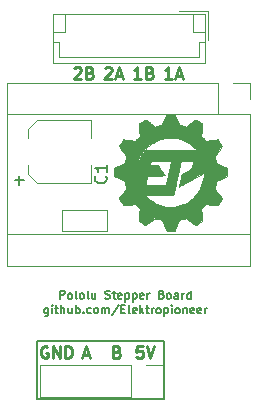
<source format=gto>
G04 #@! TF.FileFunction,Legend,Top*
%FSLAX46Y46*%
G04 Gerber Fmt 4.6, Leading zero omitted, Abs format (unit mm)*
G04 Created by KiCad (PCBNEW 4.0.6+dfsg1-1) date Mon Feb 26 15:58:45 2018*
%MOMM*%
%LPD*%
G01*
G04 APERTURE LIST*
%ADD10C,0.100000*%
%ADD11C,0.175000*%
%ADD12C,0.250000*%
%ADD13C,0.200000*%
%ADD14C,0.120000*%
%ADD15C,0.010000*%
%ADD16C,0.150000*%
G04 APERTURE END LIST*
D10*
D11*
X4443789Y8563533D02*
X4443789Y9263533D01*
X4710455Y9263533D01*
X4777122Y9230200D01*
X4810455Y9196867D01*
X4843789Y9130200D01*
X4843789Y9030200D01*
X4810455Y8963533D01*
X4777122Y8930200D01*
X4710455Y8896867D01*
X4443789Y8896867D01*
X5243789Y8563533D02*
X5177122Y8596867D01*
X5143789Y8630200D01*
X5110455Y8696867D01*
X5110455Y8896867D01*
X5143789Y8963533D01*
X5177122Y8996867D01*
X5243789Y9030200D01*
X5343789Y9030200D01*
X5410455Y8996867D01*
X5443789Y8963533D01*
X5477122Y8896867D01*
X5477122Y8696867D01*
X5443789Y8630200D01*
X5410455Y8596867D01*
X5343789Y8563533D01*
X5243789Y8563533D01*
X5877122Y8563533D02*
X5810455Y8596867D01*
X5777122Y8663533D01*
X5777122Y9263533D01*
X6243789Y8563533D02*
X6177122Y8596867D01*
X6143789Y8630200D01*
X6110455Y8696867D01*
X6110455Y8896867D01*
X6143789Y8963533D01*
X6177122Y8996867D01*
X6243789Y9030200D01*
X6343789Y9030200D01*
X6410455Y8996867D01*
X6443789Y8963533D01*
X6477122Y8896867D01*
X6477122Y8696867D01*
X6443789Y8630200D01*
X6410455Y8596867D01*
X6343789Y8563533D01*
X6243789Y8563533D01*
X6877122Y8563533D02*
X6810455Y8596867D01*
X6777122Y8663533D01*
X6777122Y9263533D01*
X7443789Y9030200D02*
X7443789Y8563533D01*
X7143789Y9030200D02*
X7143789Y8663533D01*
X7177122Y8596867D01*
X7243789Y8563533D01*
X7343789Y8563533D01*
X7410455Y8596867D01*
X7443789Y8630200D01*
X8277121Y8596867D02*
X8377121Y8563533D01*
X8543788Y8563533D01*
X8610455Y8596867D01*
X8643788Y8630200D01*
X8677121Y8696867D01*
X8677121Y8763533D01*
X8643788Y8830200D01*
X8610455Y8863533D01*
X8543788Y8896867D01*
X8410455Y8930200D01*
X8343788Y8963533D01*
X8310455Y8996867D01*
X8277121Y9063533D01*
X8277121Y9130200D01*
X8310455Y9196867D01*
X8343788Y9230200D01*
X8410455Y9263533D01*
X8577121Y9263533D01*
X8677121Y9230200D01*
X8877122Y9030200D02*
X9143788Y9030200D01*
X8977122Y9263533D02*
X8977122Y8663533D01*
X9010455Y8596867D01*
X9077122Y8563533D01*
X9143788Y8563533D01*
X9643788Y8596867D02*
X9577122Y8563533D01*
X9443788Y8563533D01*
X9377122Y8596867D01*
X9343788Y8663533D01*
X9343788Y8930200D01*
X9377122Y8996867D01*
X9443788Y9030200D01*
X9577122Y9030200D01*
X9643788Y8996867D01*
X9677122Y8930200D01*
X9677122Y8863533D01*
X9343788Y8796867D01*
X9977122Y9030200D02*
X9977122Y8330200D01*
X9977122Y8996867D02*
X10043788Y9030200D01*
X10177122Y9030200D01*
X10243788Y8996867D01*
X10277122Y8963533D01*
X10310455Y8896867D01*
X10310455Y8696867D01*
X10277122Y8630200D01*
X10243788Y8596867D01*
X10177122Y8563533D01*
X10043788Y8563533D01*
X9977122Y8596867D01*
X10610455Y9030200D02*
X10610455Y8330200D01*
X10610455Y8996867D02*
X10677121Y9030200D01*
X10810455Y9030200D01*
X10877121Y8996867D01*
X10910455Y8963533D01*
X10943788Y8896867D01*
X10943788Y8696867D01*
X10910455Y8630200D01*
X10877121Y8596867D01*
X10810455Y8563533D01*
X10677121Y8563533D01*
X10610455Y8596867D01*
X11510454Y8596867D02*
X11443788Y8563533D01*
X11310454Y8563533D01*
X11243788Y8596867D01*
X11210454Y8663533D01*
X11210454Y8930200D01*
X11243788Y8996867D01*
X11310454Y9030200D01*
X11443788Y9030200D01*
X11510454Y8996867D01*
X11543788Y8930200D01*
X11543788Y8863533D01*
X11210454Y8796867D01*
X11843788Y8563533D02*
X11843788Y9030200D01*
X11843788Y8896867D02*
X11877121Y8963533D01*
X11910454Y8996867D01*
X11977121Y9030200D01*
X12043788Y9030200D01*
X13043787Y8930200D02*
X13143787Y8896867D01*
X13177120Y8863533D01*
X13210454Y8796867D01*
X13210454Y8696867D01*
X13177120Y8630200D01*
X13143787Y8596867D01*
X13077120Y8563533D01*
X12810454Y8563533D01*
X12810454Y9263533D01*
X13043787Y9263533D01*
X13110454Y9230200D01*
X13143787Y9196867D01*
X13177120Y9130200D01*
X13177120Y9063533D01*
X13143787Y8996867D01*
X13110454Y8963533D01*
X13043787Y8930200D01*
X12810454Y8930200D01*
X13610454Y8563533D02*
X13543787Y8596867D01*
X13510454Y8630200D01*
X13477120Y8696867D01*
X13477120Y8896867D01*
X13510454Y8963533D01*
X13543787Y8996867D01*
X13610454Y9030200D01*
X13710454Y9030200D01*
X13777120Y8996867D01*
X13810454Y8963533D01*
X13843787Y8896867D01*
X13843787Y8696867D01*
X13810454Y8630200D01*
X13777120Y8596867D01*
X13710454Y8563533D01*
X13610454Y8563533D01*
X14443787Y8563533D02*
X14443787Y8930200D01*
X14410453Y8996867D01*
X14343787Y9030200D01*
X14210453Y9030200D01*
X14143787Y8996867D01*
X14443787Y8596867D02*
X14377120Y8563533D01*
X14210453Y8563533D01*
X14143787Y8596867D01*
X14110453Y8663533D01*
X14110453Y8730200D01*
X14143787Y8796867D01*
X14210453Y8830200D01*
X14377120Y8830200D01*
X14443787Y8863533D01*
X14777120Y8563533D02*
X14777120Y9030200D01*
X14777120Y8896867D02*
X14810453Y8963533D01*
X14843786Y8996867D01*
X14910453Y9030200D01*
X14977120Y9030200D01*
X15510453Y8563533D02*
X15510453Y9263533D01*
X15510453Y8596867D02*
X15443786Y8563533D01*
X15310453Y8563533D01*
X15243786Y8596867D01*
X15210453Y8630200D01*
X15177119Y8696867D01*
X15177119Y8896867D01*
X15210453Y8963533D01*
X15243786Y8996867D01*
X15310453Y9030200D01*
X15443786Y9030200D01*
X15510453Y8996867D01*
X3443790Y7805200D02*
X3443790Y7238533D01*
X3410456Y7171867D01*
X3377123Y7138533D01*
X3310456Y7105200D01*
X3210456Y7105200D01*
X3143790Y7138533D01*
X3443790Y7371867D02*
X3377123Y7338533D01*
X3243790Y7338533D01*
X3177123Y7371867D01*
X3143790Y7405200D01*
X3110456Y7471867D01*
X3110456Y7671867D01*
X3143790Y7738533D01*
X3177123Y7771867D01*
X3243790Y7805200D01*
X3377123Y7805200D01*
X3443790Y7771867D01*
X3777123Y7338533D02*
X3777123Y7805200D01*
X3777123Y8038533D02*
X3743789Y8005200D01*
X3777123Y7971867D01*
X3810456Y8005200D01*
X3777123Y8038533D01*
X3777123Y7971867D01*
X4010456Y7805200D02*
X4277122Y7805200D01*
X4110456Y8038533D02*
X4110456Y7438533D01*
X4143789Y7371867D01*
X4210456Y7338533D01*
X4277122Y7338533D01*
X4510456Y7338533D02*
X4510456Y8038533D01*
X4810456Y7338533D02*
X4810456Y7705200D01*
X4777122Y7771867D01*
X4710456Y7805200D01*
X4610456Y7805200D01*
X4543789Y7771867D01*
X4510456Y7738533D01*
X5443789Y7805200D02*
X5443789Y7338533D01*
X5143789Y7805200D02*
X5143789Y7438533D01*
X5177122Y7371867D01*
X5243789Y7338533D01*
X5343789Y7338533D01*
X5410455Y7371867D01*
X5443789Y7405200D01*
X5777122Y7338533D02*
X5777122Y8038533D01*
X5777122Y7771867D02*
X5843788Y7805200D01*
X5977122Y7805200D01*
X6043788Y7771867D01*
X6077122Y7738533D01*
X6110455Y7671867D01*
X6110455Y7471867D01*
X6077122Y7405200D01*
X6043788Y7371867D01*
X5977122Y7338533D01*
X5843788Y7338533D01*
X5777122Y7371867D01*
X6410455Y7405200D02*
X6443788Y7371867D01*
X6410455Y7338533D01*
X6377121Y7371867D01*
X6410455Y7405200D01*
X6410455Y7338533D01*
X7043788Y7371867D02*
X6977121Y7338533D01*
X6843788Y7338533D01*
X6777121Y7371867D01*
X6743788Y7405200D01*
X6710454Y7471867D01*
X6710454Y7671867D01*
X6743788Y7738533D01*
X6777121Y7771867D01*
X6843788Y7805200D01*
X6977121Y7805200D01*
X7043788Y7771867D01*
X7443788Y7338533D02*
X7377121Y7371867D01*
X7343788Y7405200D01*
X7310454Y7471867D01*
X7310454Y7671867D01*
X7343788Y7738533D01*
X7377121Y7771867D01*
X7443788Y7805200D01*
X7543788Y7805200D01*
X7610454Y7771867D01*
X7643788Y7738533D01*
X7677121Y7671867D01*
X7677121Y7471867D01*
X7643788Y7405200D01*
X7610454Y7371867D01*
X7543788Y7338533D01*
X7443788Y7338533D01*
X7977121Y7338533D02*
X7977121Y7805200D01*
X7977121Y7738533D02*
X8010454Y7771867D01*
X8077121Y7805200D01*
X8177121Y7805200D01*
X8243787Y7771867D01*
X8277121Y7705200D01*
X8277121Y7338533D01*
X8277121Y7705200D02*
X8310454Y7771867D01*
X8377121Y7805200D01*
X8477121Y7805200D01*
X8543787Y7771867D01*
X8577121Y7705200D01*
X8577121Y7338533D01*
X9410454Y8071867D02*
X8810454Y7171867D01*
X9643787Y7705200D02*
X9877120Y7705200D01*
X9977120Y7338533D02*
X9643787Y7338533D01*
X9643787Y8038533D01*
X9977120Y8038533D01*
X10377120Y7338533D02*
X10310453Y7371867D01*
X10277120Y7438533D01*
X10277120Y8038533D01*
X10910453Y7371867D02*
X10843787Y7338533D01*
X10710453Y7338533D01*
X10643787Y7371867D01*
X10610453Y7438533D01*
X10610453Y7705200D01*
X10643787Y7771867D01*
X10710453Y7805200D01*
X10843787Y7805200D01*
X10910453Y7771867D01*
X10943787Y7705200D01*
X10943787Y7638533D01*
X10610453Y7571867D01*
X11243787Y7338533D02*
X11243787Y8038533D01*
X11310453Y7605200D02*
X11510453Y7338533D01*
X11510453Y7805200D02*
X11243787Y7538533D01*
X11710454Y7805200D02*
X11977120Y7805200D01*
X11810454Y8038533D02*
X11810454Y7438533D01*
X11843787Y7371867D01*
X11910454Y7338533D01*
X11977120Y7338533D01*
X12210454Y7338533D02*
X12210454Y7805200D01*
X12210454Y7671867D02*
X12243787Y7738533D01*
X12277120Y7771867D01*
X12343787Y7805200D01*
X12410454Y7805200D01*
X12743787Y7338533D02*
X12677120Y7371867D01*
X12643787Y7405200D01*
X12610453Y7471867D01*
X12610453Y7671867D01*
X12643787Y7738533D01*
X12677120Y7771867D01*
X12743787Y7805200D01*
X12843787Y7805200D01*
X12910453Y7771867D01*
X12943787Y7738533D01*
X12977120Y7671867D01*
X12977120Y7471867D01*
X12943787Y7405200D01*
X12910453Y7371867D01*
X12843787Y7338533D01*
X12743787Y7338533D01*
X13277120Y7805200D02*
X13277120Y7105200D01*
X13277120Y7771867D02*
X13343786Y7805200D01*
X13477120Y7805200D01*
X13543786Y7771867D01*
X13577120Y7738533D01*
X13610453Y7671867D01*
X13610453Y7471867D01*
X13577120Y7405200D01*
X13543786Y7371867D01*
X13477120Y7338533D01*
X13343786Y7338533D01*
X13277120Y7371867D01*
X13910453Y7338533D02*
X13910453Y7805200D01*
X13910453Y8038533D02*
X13877119Y8005200D01*
X13910453Y7971867D01*
X13943786Y8005200D01*
X13910453Y8038533D01*
X13910453Y7971867D01*
X14343786Y7338533D02*
X14277119Y7371867D01*
X14243786Y7405200D01*
X14210452Y7471867D01*
X14210452Y7671867D01*
X14243786Y7738533D01*
X14277119Y7771867D01*
X14343786Y7805200D01*
X14443786Y7805200D01*
X14510452Y7771867D01*
X14543786Y7738533D01*
X14577119Y7671867D01*
X14577119Y7471867D01*
X14543786Y7405200D01*
X14510452Y7371867D01*
X14443786Y7338533D01*
X14343786Y7338533D01*
X14877119Y7805200D02*
X14877119Y7338533D01*
X14877119Y7738533D02*
X14910452Y7771867D01*
X14977119Y7805200D01*
X15077119Y7805200D01*
X15143785Y7771867D01*
X15177119Y7705200D01*
X15177119Y7338533D01*
X15777118Y7371867D02*
X15710452Y7338533D01*
X15577118Y7338533D01*
X15510452Y7371867D01*
X15477118Y7438533D01*
X15477118Y7705200D01*
X15510452Y7771867D01*
X15577118Y7805200D01*
X15710452Y7805200D01*
X15777118Y7771867D01*
X15810452Y7705200D01*
X15810452Y7638533D01*
X15477118Y7571867D01*
X16377118Y7371867D02*
X16310452Y7338533D01*
X16177118Y7338533D01*
X16110452Y7371867D01*
X16077118Y7438533D01*
X16077118Y7705200D01*
X16110452Y7771867D01*
X16177118Y7805200D01*
X16310452Y7805200D01*
X16377118Y7771867D01*
X16410452Y7705200D01*
X16410452Y7638533D01*
X16077118Y7571867D01*
X16710452Y7338533D02*
X16710452Y7805200D01*
X16710452Y7671867D02*
X16743785Y7738533D01*
X16777118Y7771867D01*
X16843785Y7805200D01*
X16910452Y7805200D01*
D12*
X13898263Y27182819D02*
X13326834Y27182819D01*
X13612548Y27182819D02*
X13612548Y28182819D01*
X13517310Y28039962D01*
X13422072Y27944724D01*
X13326834Y27897105D01*
X14279215Y27468533D02*
X14755406Y27468533D01*
X14183977Y27182819D02*
X14517310Y28182819D01*
X14850644Y27182819D01*
X11286835Y27182819D02*
X10715406Y27182819D01*
X11001120Y27182819D02*
X11001120Y28182819D01*
X10905882Y28039962D01*
X10810644Y27944724D01*
X10715406Y27897105D01*
X12048740Y27706629D02*
X12191597Y27659010D01*
X12239216Y27611390D01*
X12286835Y27516152D01*
X12286835Y27373295D01*
X12239216Y27278057D01*
X12191597Y27230438D01*
X12096359Y27182819D01*
X11715406Y27182819D01*
X11715406Y28182819D01*
X12048740Y28182819D01*
X12143978Y28135200D01*
X12191597Y28087581D01*
X12239216Y27992343D01*
X12239216Y27897105D01*
X12191597Y27801867D01*
X12143978Y27754248D01*
X12048740Y27706629D01*
X11715406Y27706629D01*
X8246834Y28087581D02*
X8294453Y28135200D01*
X8389691Y28182819D01*
X8627787Y28182819D01*
X8723025Y28135200D01*
X8770644Y28087581D01*
X8818263Y27992343D01*
X8818263Y27897105D01*
X8770644Y27754248D01*
X8199215Y27182819D01*
X8818263Y27182819D01*
X9199215Y27468533D02*
X9675406Y27468533D01*
X9103977Y27182819D02*
X9437310Y28182819D01*
X9770644Y27182819D01*
X5635406Y28087581D02*
X5683025Y28135200D01*
X5778263Y28182819D01*
X6016359Y28182819D01*
X6111597Y28135200D01*
X6159216Y28087581D01*
X6206835Y27992343D01*
X6206835Y27897105D01*
X6159216Y27754248D01*
X5587787Y27182819D01*
X6206835Y27182819D01*
X6968740Y27706629D02*
X7111597Y27659010D01*
X7159216Y27611390D01*
X7206835Y27516152D01*
X7206835Y27373295D01*
X7159216Y27278057D01*
X7111597Y27230438D01*
X7016359Y27182819D01*
X6635406Y27182819D01*
X6635406Y28182819D01*
X6968740Y28182819D01*
X7063978Y28135200D01*
X7111597Y28087581D01*
X7159216Y27992343D01*
X7159216Y27897105D01*
X7111597Y27801867D01*
X7063978Y27754248D01*
X6968740Y27706629D01*
X6635406Y27706629D01*
X11437644Y4560819D02*
X10961453Y4560819D01*
X10913834Y4084629D01*
X10961453Y4132248D01*
X11056691Y4179867D01*
X11294787Y4179867D01*
X11390025Y4132248D01*
X11437644Y4084629D01*
X11485263Y3989390D01*
X11485263Y3751295D01*
X11437644Y3656057D01*
X11390025Y3608438D01*
X11294787Y3560819D01*
X11056691Y3560819D01*
X10961453Y3608438D01*
X10913834Y3656057D01*
X11770977Y4560819D02*
X12104310Y3560819D01*
X12437644Y4560819D01*
X9286549Y4084629D02*
X9429406Y4037010D01*
X9477025Y3989390D01*
X9524644Y3894152D01*
X9524644Y3751295D01*
X9477025Y3656057D01*
X9429406Y3608438D01*
X9334168Y3560819D01*
X8953215Y3560819D01*
X8953215Y4560819D01*
X9286549Y4560819D01*
X9381787Y4513200D01*
X9429406Y4465581D01*
X9477025Y4370343D01*
X9477025Y4275105D01*
X9429406Y4179867D01*
X9381787Y4132248D01*
X9286549Y4084629D01*
X8953215Y4084629D01*
X6437025Y3846533D02*
X6913216Y3846533D01*
X6341787Y3560819D02*
X6675120Y4560819D01*
X7008454Y3560819D01*
X3373216Y4513200D02*
X3277978Y4560819D01*
X3135121Y4560819D01*
X2992263Y4513200D01*
X2897025Y4417962D01*
X2849406Y4322724D01*
X2801787Y4132248D01*
X2801787Y3989390D01*
X2849406Y3798914D01*
X2897025Y3703676D01*
X2992263Y3608438D01*
X3135121Y3560819D01*
X3230359Y3560819D01*
X3373216Y3608438D01*
X3420835Y3656057D01*
X3420835Y3989390D01*
X3230359Y3989390D01*
X3849406Y3560819D02*
X3849406Y4560819D01*
X4420835Y3560819D01*
X4420835Y4560819D01*
X4897025Y3560819D02*
X4897025Y4560819D01*
X5135120Y4560819D01*
X5277978Y4513200D01*
X5373216Y4417962D01*
X5420835Y4322724D01*
X5468454Y4132248D01*
X5468454Y3989390D01*
X5420835Y3798914D01*
X5373216Y3703676D01*
X5277978Y3608438D01*
X5135120Y3560819D01*
X4897025Y3560819D01*
D13*
X2484120Y76200D02*
X2484120Y203200D01*
X13279120Y76200D02*
X2484120Y76200D01*
X13279120Y5029200D02*
X13279120Y76200D01*
X2484120Y5029200D02*
X13279120Y5029200D01*
X2484120Y203200D02*
X2484120Y5029200D01*
D14*
X20521120Y14046200D02*
X-58880Y14046200D01*
X17851120Y24206200D02*
X-58880Y24206200D01*
X20521120Y25476200D02*
X20521120Y26876200D01*
X20521120Y26876200D02*
X19121120Y26876200D01*
X20521120Y24206200D02*
X17851120Y24206200D01*
X17851120Y24206200D02*
X17851120Y26876200D01*
X17851120Y26876200D02*
X-58880Y26876200D01*
X-58880Y26876200D02*
X-58880Y11376200D01*
X-58880Y11376200D02*
X20521120Y11376200D01*
X20521120Y11376200D02*
X20521120Y24206200D01*
X7059120Y18361200D02*
X7059120Y19911200D01*
X7059120Y23701200D02*
X7059120Y22151200D01*
X1719120Y22941200D02*
X1719120Y22151200D01*
X1719120Y19121200D02*
X1719120Y19911200D01*
X7059120Y23701200D02*
X2479120Y23701200D01*
X2479120Y23701200D02*
X1719120Y22941200D01*
X1719120Y19121200D02*
X2479120Y18361200D01*
X2479120Y18361200D02*
X7059120Y18361200D01*
X16691120Y28552200D02*
X16691120Y32652200D01*
X16691120Y32652200D02*
X3891120Y32652200D01*
X3891120Y32652200D02*
X3891120Y28552200D01*
X3891120Y28552200D02*
X16691120Y28552200D01*
X16691120Y30302200D02*
X16191120Y30302200D01*
X16191120Y30302200D02*
X16191120Y29052200D01*
X16191120Y29052200D02*
X4391120Y29052200D01*
X4391120Y29052200D02*
X4391120Y30302200D01*
X4391120Y30302200D02*
X3891120Y30302200D01*
X16691120Y31152200D02*
X15691120Y31152200D01*
X15691120Y31152200D02*
X15691120Y32652200D01*
X3891120Y31152200D02*
X4891120Y31152200D01*
X4891120Y31152200D02*
X4891120Y32652200D01*
X16991120Y30452200D02*
X16991120Y32952200D01*
X16991120Y32952200D02*
X14491120Y32952200D01*
X10485120Y2990200D02*
X2745120Y2990200D01*
X2745120Y2990200D02*
X2745120Y210200D01*
X2745120Y210200D02*
X10485120Y210200D01*
X10485120Y210200D02*
X10485120Y2990200D01*
X11755120Y2990200D02*
X13145120Y2990200D01*
X13145120Y2990200D02*
X13145120Y1600200D01*
X8458120Y16079200D02*
X4638120Y16079200D01*
X4638120Y16079200D02*
X4638120Y14299200D01*
X4638120Y14299200D02*
X8458120Y14299200D01*
X8458120Y16079200D02*
X8458120Y14299200D01*
D15*
G36*
X13895472Y24249392D02*
X13973142Y24248982D01*
X14040558Y24248320D01*
X14092911Y24247407D01*
X14125391Y24246243D01*
X14133799Y24245225D01*
X14140195Y24231698D01*
X14156438Y24195168D01*
X14181248Y24138572D01*
X14213347Y24064844D01*
X14251458Y23976921D01*
X14294302Y23877736D01*
X14338342Y23775477D01*
X14384510Y23668271D01*
X14427159Y23569506D01*
X14465012Y23482121D01*
X14496791Y23409057D01*
X14521216Y23353251D01*
X14537010Y23317644D01*
X14542857Y23305203D01*
X14557571Y23300084D01*
X14593738Y23290230D01*
X14645313Y23277236D01*
X14685765Y23267499D01*
X14765641Y23247280D01*
X14856034Y23222370D01*
X14940779Y23197272D01*
X14962791Y23190345D01*
X15101295Y23145952D01*
X15508700Y23451274D01*
X15615933Y23531494D01*
X15703004Y23596177D01*
X15772234Y23646844D01*
X15825941Y23685019D01*
X15866446Y23712226D01*
X15896068Y23729989D01*
X15917127Y23739831D01*
X15931942Y23743275D01*
X15942832Y23741845D01*
X15947771Y23739650D01*
X15969100Y23727528D01*
X16010543Y23703375D01*
X16067976Y23669615D01*
X16137277Y23628674D01*
X16214323Y23582979D01*
X16236651Y23569705D01*
X16493866Y23416706D01*
X16487537Y23363425D01*
X16484590Y23336706D01*
X16479174Y23285691D01*
X16471683Y23214162D01*
X16462508Y23125900D01*
X16452046Y23024685D01*
X16440688Y22914298D01*
X16433552Y22844702D01*
X16385895Y22379260D01*
X16552655Y22209702D01*
X16611502Y22149642D01*
X16666377Y22093219D01*
X16712914Y22044954D01*
X16746746Y22009370D01*
X16759629Y21995433D01*
X16799842Y21950721D01*
X17298724Y22006903D01*
X17414023Y22019757D01*
X17520100Y22031334D01*
X17613780Y22041304D01*
X17691886Y22049341D01*
X17751245Y22055118D01*
X17788680Y22058308D01*
X17801033Y22058670D01*
X17808580Y22045632D01*
X17827929Y22011393D01*
X17857145Y21959405D01*
X17894288Y21893117D01*
X17937424Y21815981D01*
X17968169Y21760922D01*
X18131877Y21467589D01*
X17881317Y21111811D01*
X17816639Y21019905D01*
X17755119Y20932359D01*
X17699223Y20852691D01*
X17651415Y20784417D01*
X17614159Y20731055D01*
X17589920Y20696121D01*
X17585339Y20689443D01*
X17539922Y20622853D01*
X17578059Y20491887D01*
X17598008Y20419928D01*
X17620416Y20333696D01*
X17641872Y20246522D01*
X17652519Y20200859D01*
X17688842Y20040796D01*
X18613120Y19616066D01*
X18613120Y18932780D01*
X18150981Y18720102D01*
X17688842Y18507425D01*
X17652519Y18347618D01*
X17633153Y18266021D01*
X17610858Y18177622D01*
X17589054Y18095781D01*
X17578059Y18056846D01*
X17539922Y17925880D01*
X17585339Y17859290D01*
X17604922Y17830954D01*
X17638305Y17783071D01*
X17683025Y17719158D01*
X17736616Y17642732D01*
X17796614Y17557310D01*
X17860555Y17466409D01*
X17881317Y17436922D01*
X18131877Y17081144D01*
X17968169Y16787811D01*
X17922147Y16705417D01*
X17880842Y16631600D01*
X17846192Y16569810D01*
X17820133Y16523499D01*
X17804601Y16496115D01*
X17801059Y16490088D01*
X17786757Y16490592D01*
X17747592Y16493976D01*
X17686737Y16499915D01*
X17607369Y16508082D01*
X17512661Y16518151D01*
X17405789Y16529796D01*
X17298749Y16541700D01*
X16799842Y16597700D01*
X16759629Y16553145D01*
X16736119Y16527999D01*
X16697136Y16487299D01*
X16647045Y16435563D01*
X16590214Y16377309D01*
X16552655Y16339031D01*
X16385895Y16169474D01*
X16433552Y15704031D01*
X16445260Y15589934D01*
X16456311Y15482722D01*
X16466312Y15386177D01*
X16474868Y15304078D01*
X16481586Y15240209D01*
X16486073Y15198348D01*
X16487537Y15185308D01*
X16493866Y15132027D01*
X16236651Y14979029D01*
X16158180Y14932439D01*
X16086302Y14889927D01*
X16025141Y14853919D01*
X15978820Y14826840D01*
X15951463Y14811116D01*
X15947771Y14809084D01*
X15938014Y14805700D01*
X15925554Y14806389D01*
X15908070Y14812674D01*
X15883243Y14826079D01*
X15848754Y14848127D01*
X15802283Y14880341D01*
X15741511Y14924245D01*
X15664117Y14981362D01*
X15567783Y15053216D01*
X15508700Y15097459D01*
X15101295Y15402781D01*
X14962791Y15358389D01*
X14882921Y15334117D01*
X14792529Y15308676D01*
X14707779Y15286568D01*
X14685765Y15281234D01*
X14627218Y15267023D01*
X14580000Y15254876D01*
X14550159Y15246387D01*
X14542888Y15243530D01*
X14536507Y15229878D01*
X14520283Y15193227D01*
X14495494Y15136519D01*
X14463419Y15062696D01*
X14425335Y14974697D01*
X14382520Y14875463D01*
X14338664Y14773547D01*
X14292534Y14666381D01*
X14249906Y14567670D01*
X14212059Y14480354D01*
X14180275Y14407372D01*
X14155831Y14351662D01*
X14140008Y14316163D01*
X14134129Y14303838D01*
X14118773Y14301892D01*
X14080056Y14300181D01*
X14022840Y14298731D01*
X13951985Y14297564D01*
X13872352Y14296707D01*
X13788801Y14296183D01*
X13706194Y14296017D01*
X13629391Y14296235D01*
X13563253Y14296860D01*
X13512641Y14297917D01*
X13482416Y14299431D01*
X13476179Y14300505D01*
X13468043Y14314742D01*
X13450178Y14351980D01*
X13423914Y14409255D01*
X13390582Y14483600D01*
X13351511Y14572053D01*
X13308030Y14671647D01*
X13264133Y14773227D01*
X13217964Y14880436D01*
X13175313Y14979205D01*
X13137458Y15066593D01*
X13105678Y15139662D01*
X13081251Y15195472D01*
X13065454Y15231083D01*
X13059605Y15243530D01*
X13044892Y15248649D01*
X13008724Y15258503D01*
X12957150Y15271497D01*
X12916697Y15281234D01*
X12836821Y15301453D01*
X12746428Y15326363D01*
X12661683Y15351461D01*
X12639672Y15358389D01*
X12501168Y15402781D01*
X12093762Y15097459D01*
X11986530Y15017239D01*
X11899458Y14952557D01*
X11830229Y14901890D01*
X11776521Y14863714D01*
X11736016Y14836507D01*
X11706394Y14818744D01*
X11685336Y14808902D01*
X11670521Y14805458D01*
X11659631Y14806889D01*
X11654691Y14809084D01*
X11633363Y14821205D01*
X11591920Y14845358D01*
X11534486Y14879118D01*
X11465185Y14920059D01*
X11388140Y14965754D01*
X11365812Y14979029D01*
X11108597Y15132027D01*
X11114925Y15185308D01*
X11117872Y15212027D01*
X11123288Y15263042D01*
X11130780Y15334571D01*
X11139954Y15422834D01*
X11150417Y15524048D01*
X11161775Y15634435D01*
X11168911Y15704031D01*
X11216568Y16169474D01*
X11049807Y16339031D01*
X10990961Y16399092D01*
X10936085Y16455515D01*
X10889548Y16503779D01*
X10855717Y16539363D01*
X10842833Y16553301D01*
X10802620Y16598012D01*
X10303739Y16541830D01*
X10188439Y16528976D01*
X10082362Y16517400D01*
X9988683Y16507429D01*
X9910576Y16499392D01*
X9851218Y16493615D01*
X9813783Y16490425D01*
X9801429Y16490063D01*
X9793883Y16503101D01*
X9774533Y16537340D01*
X9745318Y16589328D01*
X9708174Y16655616D01*
X9665039Y16732752D01*
X9634294Y16787811D01*
X9470586Y17081144D01*
X9721146Y17436922D01*
X9785824Y17528828D01*
X9847343Y17616374D01*
X9903239Y17696042D01*
X9951047Y17764316D01*
X9988303Y17817678D01*
X10012542Y17852612D01*
X10017124Y17859290D01*
X10062541Y17925880D01*
X10024404Y18056846D01*
X10004455Y18128805D01*
X9982047Y18215037D01*
X9960591Y18302212D01*
X9949943Y18347874D01*
X9913620Y18507937D01*
X8989342Y18932667D01*
X8989342Y19274367D01*
X10979009Y19274367D01*
X10983573Y19072920D01*
X10998197Y18889487D01*
X11024275Y18715221D01*
X11063205Y18541277D01*
X11116380Y18358808D01*
X11130121Y18316667D01*
X11232878Y18050514D01*
X11359910Y17797137D01*
X11509923Y17558244D01*
X11681624Y17335545D01*
X11873722Y17130746D01*
X12084922Y16945557D01*
X12270176Y16810387D01*
X12368347Y16749496D01*
X12484397Y16685249D01*
X12609899Y16621759D01*
X12736426Y16563138D01*
X12855549Y16513499D01*
X12943318Y16481886D01*
X13076703Y16442698D01*
X13221085Y16407545D01*
X13364032Y16379195D01*
X13485201Y16361310D01*
X13566283Y16354613D01*
X13666582Y16350422D01*
X13777206Y16348739D01*
X13889263Y16349568D01*
X13993858Y16352912D01*
X14082100Y16358775D01*
X14104517Y16361079D01*
X14361163Y16402271D01*
X14607478Y16466577D01*
X14849342Y16555734D01*
X15007731Y16628220D01*
X15178371Y16717845D01*
X15331405Y16811333D01*
X15477296Y16915520D01*
X15603036Y17017203D01*
X15806115Y17207612D01*
X15989237Y17417087D01*
X16151448Y17643828D01*
X16291794Y17886033D01*
X16409320Y18141903D01*
X16503071Y18409637D01*
X16572092Y18687434D01*
X16608673Y18914163D01*
X16613789Y18970508D01*
X16618138Y19046911D01*
X16621384Y19135212D01*
X16623192Y19227248D01*
X16623454Y19274367D01*
X16618889Y19475813D01*
X16604266Y19659246D01*
X16578187Y19833512D01*
X16539258Y20007456D01*
X16486082Y20189925D01*
X16472341Y20232066D01*
X16369584Y20498219D01*
X16242553Y20751596D01*
X16092540Y20990489D01*
X15920838Y21213189D01*
X15728741Y21417987D01*
X15517541Y21603176D01*
X15332287Y21738346D01*
X15234612Y21798942D01*
X15119112Y21862925D01*
X14994173Y21926200D01*
X14868180Y21984674D01*
X14749521Y22034251D01*
X14660091Y22066533D01*
X14390811Y22139526D01*
X14117428Y22184945D01*
X13841852Y22202789D01*
X13565996Y22193060D01*
X13291769Y22155756D01*
X13021082Y22090879D01*
X12942371Y22066533D01*
X12836655Y22027827D01*
X12716425Y21976719D01*
X12590068Y21917304D01*
X12465970Y21853675D01*
X12352516Y21789927D01*
X12270176Y21738346D01*
X12044371Y21570392D01*
X11836616Y21381438D01*
X11648204Y21173190D01*
X11480426Y20947359D01*
X11334577Y20705651D01*
X11211950Y20449776D01*
X11130121Y20232066D01*
X11073626Y20046536D01*
X11031684Y19871476D01*
X11002900Y19698040D01*
X10985877Y19517381D01*
X10979221Y19320654D01*
X10979009Y19274367D01*
X8989342Y19274367D01*
X8989342Y19616066D01*
X9913620Y20040796D01*
X9949943Y20200859D01*
X9969290Y20282485D01*
X9991562Y20370888D01*
X10013351Y20452735D01*
X10024404Y20491887D01*
X10062541Y20622853D01*
X10017124Y20689443D01*
X9997541Y20717779D01*
X9964157Y20765662D01*
X9919438Y20829575D01*
X9865847Y20906001D01*
X9805848Y20991423D01*
X9741908Y21082324D01*
X9721146Y21111811D01*
X9470586Y21467589D01*
X9634294Y21760922D01*
X9680317Y21843318D01*
X9721625Y21917139D01*
X9756280Y21978933D01*
X9782345Y22025250D01*
X9797883Y22052640D01*
X9801429Y22058670D01*
X9815736Y22058168D01*
X9854905Y22054775D01*
X9915763Y22048819D01*
X9995133Y22040627D01*
X10089840Y22030526D01*
X10196710Y22018844D01*
X10303739Y22006903D01*
X10802620Y21950721D01*
X10842833Y21995433D01*
X10866345Y22020633D01*
X10905332Y22061381D01*
X10955427Y22113155D01*
X11012262Y22171434D01*
X11049807Y22209702D01*
X11216568Y22379260D01*
X11168911Y22844702D01*
X11157202Y22958799D01*
X11146151Y23066011D01*
X11136151Y23162557D01*
X11127595Y23244655D01*
X11120877Y23308525D01*
X11116390Y23350385D01*
X11114925Y23363425D01*
X11108597Y23416706D01*
X11365812Y23569705D01*
X11444283Y23616294D01*
X11516160Y23658806D01*
X11577321Y23694814D01*
X11623642Y23721893D01*
X11651000Y23737617D01*
X11654691Y23739650D01*
X11664448Y23743033D01*
X11676909Y23742344D01*
X11694393Y23736059D01*
X11719219Y23722654D01*
X11753708Y23700607D01*
X11800179Y23668392D01*
X11860952Y23624488D01*
X11938346Y23567371D01*
X12034680Y23495517D01*
X12093762Y23451274D01*
X12501168Y23145952D01*
X12639672Y23190345D01*
X12719541Y23214616D01*
X12809934Y23240057D01*
X12894683Y23262165D01*
X12916697Y23267499D01*
X12975249Y23281710D01*
X13022475Y23293858D01*
X13052327Y23302347D01*
X13059605Y23305203D01*
X13065996Y23318854D01*
X13082236Y23355502D01*
X13107045Y23412207D01*
X13139146Y23486030D01*
X13177260Y23574031D01*
X13220108Y23673270D01*
X13264120Y23775477D01*
X13310284Y23882658D01*
X13352932Y23981374D01*
X13390786Y24068690D01*
X13422568Y24141671D01*
X13447000Y24197380D01*
X13462804Y24232884D01*
X13468664Y24245225D01*
X13483448Y24246574D01*
X13521644Y24247673D01*
X13578442Y24248519D01*
X13649033Y24249115D01*
X13728608Y24249458D01*
X13812358Y24249551D01*
X13895472Y24249392D01*
X13895472Y24249392D01*
G37*
X13895472Y24249392D02*
X13973142Y24248982D01*
X14040558Y24248320D01*
X14092911Y24247407D01*
X14125391Y24246243D01*
X14133799Y24245225D01*
X14140195Y24231698D01*
X14156438Y24195168D01*
X14181248Y24138572D01*
X14213347Y24064844D01*
X14251458Y23976921D01*
X14294302Y23877736D01*
X14338342Y23775477D01*
X14384510Y23668271D01*
X14427159Y23569506D01*
X14465012Y23482121D01*
X14496791Y23409057D01*
X14521216Y23353251D01*
X14537010Y23317644D01*
X14542857Y23305203D01*
X14557571Y23300084D01*
X14593738Y23290230D01*
X14645313Y23277236D01*
X14685765Y23267499D01*
X14765641Y23247280D01*
X14856034Y23222370D01*
X14940779Y23197272D01*
X14962791Y23190345D01*
X15101295Y23145952D01*
X15508700Y23451274D01*
X15615933Y23531494D01*
X15703004Y23596177D01*
X15772234Y23646844D01*
X15825941Y23685019D01*
X15866446Y23712226D01*
X15896068Y23729989D01*
X15917127Y23739831D01*
X15931942Y23743275D01*
X15942832Y23741845D01*
X15947771Y23739650D01*
X15969100Y23727528D01*
X16010543Y23703375D01*
X16067976Y23669615D01*
X16137277Y23628674D01*
X16214323Y23582979D01*
X16236651Y23569705D01*
X16493866Y23416706D01*
X16487537Y23363425D01*
X16484590Y23336706D01*
X16479174Y23285691D01*
X16471683Y23214162D01*
X16462508Y23125900D01*
X16452046Y23024685D01*
X16440688Y22914298D01*
X16433552Y22844702D01*
X16385895Y22379260D01*
X16552655Y22209702D01*
X16611502Y22149642D01*
X16666377Y22093219D01*
X16712914Y22044954D01*
X16746746Y22009370D01*
X16759629Y21995433D01*
X16799842Y21950721D01*
X17298724Y22006903D01*
X17414023Y22019757D01*
X17520100Y22031334D01*
X17613780Y22041304D01*
X17691886Y22049341D01*
X17751245Y22055118D01*
X17788680Y22058308D01*
X17801033Y22058670D01*
X17808580Y22045632D01*
X17827929Y22011393D01*
X17857145Y21959405D01*
X17894288Y21893117D01*
X17937424Y21815981D01*
X17968169Y21760922D01*
X18131877Y21467589D01*
X17881317Y21111811D01*
X17816639Y21019905D01*
X17755119Y20932359D01*
X17699223Y20852691D01*
X17651415Y20784417D01*
X17614159Y20731055D01*
X17589920Y20696121D01*
X17585339Y20689443D01*
X17539922Y20622853D01*
X17578059Y20491887D01*
X17598008Y20419928D01*
X17620416Y20333696D01*
X17641872Y20246522D01*
X17652519Y20200859D01*
X17688842Y20040796D01*
X18613120Y19616066D01*
X18613120Y18932780D01*
X18150981Y18720102D01*
X17688842Y18507425D01*
X17652519Y18347618D01*
X17633153Y18266021D01*
X17610858Y18177622D01*
X17589054Y18095781D01*
X17578059Y18056846D01*
X17539922Y17925880D01*
X17585339Y17859290D01*
X17604922Y17830954D01*
X17638305Y17783071D01*
X17683025Y17719158D01*
X17736616Y17642732D01*
X17796614Y17557310D01*
X17860555Y17466409D01*
X17881317Y17436922D01*
X18131877Y17081144D01*
X17968169Y16787811D01*
X17922147Y16705417D01*
X17880842Y16631600D01*
X17846192Y16569810D01*
X17820133Y16523499D01*
X17804601Y16496115D01*
X17801059Y16490088D01*
X17786757Y16490592D01*
X17747592Y16493976D01*
X17686737Y16499915D01*
X17607369Y16508082D01*
X17512661Y16518151D01*
X17405789Y16529796D01*
X17298749Y16541700D01*
X16799842Y16597700D01*
X16759629Y16553145D01*
X16736119Y16527999D01*
X16697136Y16487299D01*
X16647045Y16435563D01*
X16590214Y16377309D01*
X16552655Y16339031D01*
X16385895Y16169474D01*
X16433552Y15704031D01*
X16445260Y15589934D01*
X16456311Y15482722D01*
X16466312Y15386177D01*
X16474868Y15304078D01*
X16481586Y15240209D01*
X16486073Y15198348D01*
X16487537Y15185308D01*
X16493866Y15132027D01*
X16236651Y14979029D01*
X16158180Y14932439D01*
X16086302Y14889927D01*
X16025141Y14853919D01*
X15978820Y14826840D01*
X15951463Y14811116D01*
X15947771Y14809084D01*
X15938014Y14805700D01*
X15925554Y14806389D01*
X15908070Y14812674D01*
X15883243Y14826079D01*
X15848754Y14848127D01*
X15802283Y14880341D01*
X15741511Y14924245D01*
X15664117Y14981362D01*
X15567783Y15053216D01*
X15508700Y15097459D01*
X15101295Y15402781D01*
X14962791Y15358389D01*
X14882921Y15334117D01*
X14792529Y15308676D01*
X14707779Y15286568D01*
X14685765Y15281234D01*
X14627218Y15267023D01*
X14580000Y15254876D01*
X14550159Y15246387D01*
X14542888Y15243530D01*
X14536507Y15229878D01*
X14520283Y15193227D01*
X14495494Y15136519D01*
X14463419Y15062696D01*
X14425335Y14974697D01*
X14382520Y14875463D01*
X14338664Y14773547D01*
X14292534Y14666381D01*
X14249906Y14567670D01*
X14212059Y14480354D01*
X14180275Y14407372D01*
X14155831Y14351662D01*
X14140008Y14316163D01*
X14134129Y14303838D01*
X14118773Y14301892D01*
X14080056Y14300181D01*
X14022840Y14298731D01*
X13951985Y14297564D01*
X13872352Y14296707D01*
X13788801Y14296183D01*
X13706194Y14296017D01*
X13629391Y14296235D01*
X13563253Y14296860D01*
X13512641Y14297917D01*
X13482416Y14299431D01*
X13476179Y14300505D01*
X13468043Y14314742D01*
X13450178Y14351980D01*
X13423914Y14409255D01*
X13390582Y14483600D01*
X13351511Y14572053D01*
X13308030Y14671647D01*
X13264133Y14773227D01*
X13217964Y14880436D01*
X13175313Y14979205D01*
X13137458Y15066593D01*
X13105678Y15139662D01*
X13081251Y15195472D01*
X13065454Y15231083D01*
X13059605Y15243530D01*
X13044892Y15248649D01*
X13008724Y15258503D01*
X12957150Y15271497D01*
X12916697Y15281234D01*
X12836821Y15301453D01*
X12746428Y15326363D01*
X12661683Y15351461D01*
X12639672Y15358389D01*
X12501168Y15402781D01*
X12093762Y15097459D01*
X11986530Y15017239D01*
X11899458Y14952557D01*
X11830229Y14901890D01*
X11776521Y14863714D01*
X11736016Y14836507D01*
X11706394Y14818744D01*
X11685336Y14808902D01*
X11670521Y14805458D01*
X11659631Y14806889D01*
X11654691Y14809084D01*
X11633363Y14821205D01*
X11591920Y14845358D01*
X11534486Y14879118D01*
X11465185Y14920059D01*
X11388140Y14965754D01*
X11365812Y14979029D01*
X11108597Y15132027D01*
X11114925Y15185308D01*
X11117872Y15212027D01*
X11123288Y15263042D01*
X11130780Y15334571D01*
X11139954Y15422834D01*
X11150417Y15524048D01*
X11161775Y15634435D01*
X11168911Y15704031D01*
X11216568Y16169474D01*
X11049807Y16339031D01*
X10990961Y16399092D01*
X10936085Y16455515D01*
X10889548Y16503779D01*
X10855717Y16539363D01*
X10842833Y16553301D01*
X10802620Y16598012D01*
X10303739Y16541830D01*
X10188439Y16528976D01*
X10082362Y16517400D01*
X9988683Y16507429D01*
X9910576Y16499392D01*
X9851218Y16493615D01*
X9813783Y16490425D01*
X9801429Y16490063D01*
X9793883Y16503101D01*
X9774533Y16537340D01*
X9745318Y16589328D01*
X9708174Y16655616D01*
X9665039Y16732752D01*
X9634294Y16787811D01*
X9470586Y17081144D01*
X9721146Y17436922D01*
X9785824Y17528828D01*
X9847343Y17616374D01*
X9903239Y17696042D01*
X9951047Y17764316D01*
X9988303Y17817678D01*
X10012542Y17852612D01*
X10017124Y17859290D01*
X10062541Y17925880D01*
X10024404Y18056846D01*
X10004455Y18128805D01*
X9982047Y18215037D01*
X9960591Y18302212D01*
X9949943Y18347874D01*
X9913620Y18507937D01*
X8989342Y18932667D01*
X8989342Y19274367D01*
X10979009Y19274367D01*
X10983573Y19072920D01*
X10998197Y18889487D01*
X11024275Y18715221D01*
X11063205Y18541277D01*
X11116380Y18358808D01*
X11130121Y18316667D01*
X11232878Y18050514D01*
X11359910Y17797137D01*
X11509923Y17558244D01*
X11681624Y17335545D01*
X11873722Y17130746D01*
X12084922Y16945557D01*
X12270176Y16810387D01*
X12368347Y16749496D01*
X12484397Y16685249D01*
X12609899Y16621759D01*
X12736426Y16563138D01*
X12855549Y16513499D01*
X12943318Y16481886D01*
X13076703Y16442698D01*
X13221085Y16407545D01*
X13364032Y16379195D01*
X13485201Y16361310D01*
X13566283Y16354613D01*
X13666582Y16350422D01*
X13777206Y16348739D01*
X13889263Y16349568D01*
X13993858Y16352912D01*
X14082100Y16358775D01*
X14104517Y16361079D01*
X14361163Y16402271D01*
X14607478Y16466577D01*
X14849342Y16555734D01*
X15007731Y16628220D01*
X15178371Y16717845D01*
X15331405Y16811333D01*
X15477296Y16915520D01*
X15603036Y17017203D01*
X15806115Y17207612D01*
X15989237Y17417087D01*
X16151448Y17643828D01*
X16291794Y17886033D01*
X16409320Y18141903D01*
X16503071Y18409637D01*
X16572092Y18687434D01*
X16608673Y18914163D01*
X16613789Y18970508D01*
X16618138Y19046911D01*
X16621384Y19135212D01*
X16623192Y19227248D01*
X16623454Y19274367D01*
X16618889Y19475813D01*
X16604266Y19659246D01*
X16578187Y19833512D01*
X16539258Y20007456D01*
X16486082Y20189925D01*
X16472341Y20232066D01*
X16369584Y20498219D01*
X16242553Y20751596D01*
X16092540Y20990489D01*
X15920838Y21213189D01*
X15728741Y21417987D01*
X15517541Y21603176D01*
X15332287Y21738346D01*
X15234612Y21798942D01*
X15119112Y21862925D01*
X14994173Y21926200D01*
X14868180Y21984674D01*
X14749521Y22034251D01*
X14660091Y22066533D01*
X14390811Y22139526D01*
X14117428Y22184945D01*
X13841852Y22202789D01*
X13565996Y22193060D01*
X13291769Y22155756D01*
X13021082Y22090879D01*
X12942371Y22066533D01*
X12836655Y22027827D01*
X12716425Y21976719D01*
X12590068Y21917304D01*
X12465970Y21853675D01*
X12352516Y21789927D01*
X12270176Y21738346D01*
X12044371Y21570392D01*
X11836616Y21381438D01*
X11648204Y21173190D01*
X11480426Y20947359D01*
X11334577Y20705651D01*
X11211950Y20449776D01*
X11130121Y20232066D01*
X11073626Y20046536D01*
X11031684Y19871476D01*
X11002900Y19698040D01*
X10985877Y19517381D01*
X10979221Y19320654D01*
X10979009Y19274367D01*
X8989342Y19274367D01*
X8989342Y19616066D01*
X9913620Y20040796D01*
X9949943Y20200859D01*
X9969290Y20282485D01*
X9991562Y20370888D01*
X10013351Y20452735D01*
X10024404Y20491887D01*
X10062541Y20622853D01*
X10017124Y20689443D01*
X9997541Y20717779D01*
X9964157Y20765662D01*
X9919438Y20829575D01*
X9865847Y20906001D01*
X9805848Y20991423D01*
X9741908Y21082324D01*
X9721146Y21111811D01*
X9470586Y21467589D01*
X9634294Y21760922D01*
X9680317Y21843318D01*
X9721625Y21917139D01*
X9756280Y21978933D01*
X9782345Y22025250D01*
X9797883Y22052640D01*
X9801429Y22058670D01*
X9815736Y22058168D01*
X9854905Y22054775D01*
X9915763Y22048819D01*
X9995133Y22040627D01*
X10089840Y22030526D01*
X10196710Y22018844D01*
X10303739Y22006903D01*
X10802620Y21950721D01*
X10842833Y21995433D01*
X10866345Y22020633D01*
X10905332Y22061381D01*
X10955427Y22113155D01*
X11012262Y22171434D01*
X11049807Y22209702D01*
X11216568Y22379260D01*
X11168911Y22844702D01*
X11157202Y22958799D01*
X11146151Y23066011D01*
X11136151Y23162557D01*
X11127595Y23244655D01*
X11120877Y23308525D01*
X11116390Y23350385D01*
X11114925Y23363425D01*
X11108597Y23416706D01*
X11365812Y23569705D01*
X11444283Y23616294D01*
X11516160Y23658806D01*
X11577321Y23694814D01*
X11623642Y23721893D01*
X11651000Y23737617D01*
X11654691Y23739650D01*
X11664448Y23743033D01*
X11676909Y23742344D01*
X11694393Y23736059D01*
X11719219Y23722654D01*
X11753708Y23700607D01*
X11800179Y23668392D01*
X11860952Y23624488D01*
X11938346Y23567371D01*
X12034680Y23495517D01*
X12093762Y23451274D01*
X12501168Y23145952D01*
X12639672Y23190345D01*
X12719541Y23214616D01*
X12809934Y23240057D01*
X12894683Y23262165D01*
X12916697Y23267499D01*
X12975249Y23281710D01*
X13022475Y23293858D01*
X13052327Y23302347D01*
X13059605Y23305203D01*
X13065996Y23318854D01*
X13082236Y23355502D01*
X13107045Y23412207D01*
X13139146Y23486030D01*
X13177260Y23574031D01*
X13220108Y23673270D01*
X13264120Y23775477D01*
X13310284Y23882658D01*
X13352932Y23981374D01*
X13390786Y24068690D01*
X13422568Y24141671D01*
X13447000Y24197380D01*
X13462804Y24232884D01*
X13468664Y24245225D01*
X13483448Y24246574D01*
X13521644Y24247673D01*
X13578442Y24248519D01*
X13649033Y24249115D01*
X13728608Y24249458D01*
X13812358Y24249551D01*
X13895472Y24249392D01*
G36*
X12524628Y15349352D02*
X12543847Y15338316D01*
X12535634Y15331630D01*
X12516287Y15330311D01*
X12496613Y15335521D01*
X12495573Y15343806D01*
X12513930Y15351493D01*
X12524628Y15349352D01*
X12524628Y15349352D01*
G37*
X12524628Y15349352D02*
X12543847Y15338316D01*
X12535634Y15331630D01*
X12516287Y15330311D01*
X12496613Y15335521D01*
X12495573Y15343806D01*
X12513930Y15351493D01*
X12524628Y15349352D01*
G36*
X13062307Y21129888D02*
X13255209Y21129595D01*
X13422765Y21129060D01*
X13566411Y21128246D01*
X13687585Y21127115D01*
X13787724Y21125630D01*
X13868267Y21123754D01*
X13930649Y21121448D01*
X13976310Y21118676D01*
X14006685Y21115399D01*
X14023213Y21111581D01*
X14027331Y21107183D01*
X14020476Y21102168D01*
X14013343Y21099404D01*
X14007058Y21084942D01*
X13995840Y21046275D01*
X13980531Y20986821D01*
X13961971Y20910001D01*
X13941001Y20819232D01*
X13918460Y20717936D01*
X13909879Y20678422D01*
X13820080Y20262144D01*
X12966125Y20258508D01*
X12112171Y20254872D01*
X12072800Y20075064D01*
X12057536Y20006273D01*
X12043959Y19946789D01*
X12033422Y19902417D01*
X12027277Y19878964D01*
X12026821Y19877617D01*
X12030500Y19872025D01*
X12047938Y19867671D01*
X12081700Y19864427D01*
X12134354Y19862167D01*
X12208468Y19860763D01*
X12306610Y19860087D01*
X12382193Y19859978D01*
X12744173Y19859978D01*
X13022230Y19440172D01*
X13086593Y19342904D01*
X13145951Y19253018D01*
X13198514Y19173238D01*
X13242493Y19106289D01*
X13276098Y19054893D01*
X13297541Y19021776D01*
X13304991Y19009783D01*
X13292238Y19007752D01*
X13253860Y19005849D01*
X13192455Y19004112D01*
X13110618Y19002578D01*
X13010948Y19001285D01*
X12896042Y19000271D01*
X12768496Y18999573D01*
X12630908Y18999230D01*
X12575691Y18999200D01*
X12412670Y18999152D01*
X12275605Y18998959D01*
X12162229Y18998545D01*
X12070278Y18997835D01*
X11997483Y18996752D01*
X11941579Y18995223D01*
X11900301Y18993170D01*
X11871381Y18990518D01*
X11852554Y18987193D01*
X11841553Y18983118D01*
X11836112Y18978218D01*
X11834468Y18974505D01*
X11829583Y18954354D01*
X11819942Y18911812D01*
X11806494Y18851265D01*
X11790190Y18777100D01*
X11771980Y18693705D01*
X11752812Y18605466D01*
X11733637Y18516770D01*
X11715405Y18432004D01*
X11699066Y18355555D01*
X11685568Y18291809D01*
X11675863Y18245154D01*
X11670899Y18219977D01*
X11670454Y18216933D01*
X11684162Y18215522D01*
X11723680Y18214192D01*
X11786594Y18212963D01*
X11870491Y18211859D01*
X11972957Y18210901D01*
X12091580Y18210112D01*
X12223947Y18209514D01*
X12367644Y18209129D01*
X12520258Y18208979D01*
X12535347Y18208978D01*
X13400240Y18208978D01*
X13688880Y17811396D01*
X13757051Y17717683D01*
X13820493Y17630826D01*
X13877176Y17553580D01*
X13925069Y17488694D01*
X13962144Y17438922D01*
X13986368Y17407016D01*
X13995210Y17396126D01*
X14010422Y17376951D01*
X14012898Y17370375D01*
X13999135Y17369134D01*
X13959235Y17367952D01*
X13895286Y17366843D01*
X13809374Y17365821D01*
X13703584Y17364901D01*
X13580004Y17364097D01*
X13440719Y17363425D01*
X13287816Y17362897D01*
X13123380Y17362530D01*
X12949499Y17362337D01*
X12855772Y17362311D01*
X11698646Y17362311D01*
X11631633Y17448185D01*
X11468194Y17680172D01*
X11327599Y17927112D01*
X11210961Y18186267D01*
X11119395Y18454900D01*
X11054015Y18730276D01*
X11022157Y18945727D01*
X11007779Y19161313D01*
X11009156Y19389227D01*
X11025796Y19618724D01*
X11057202Y19839059D01*
X11065225Y19881144D01*
X11111062Y20068350D01*
X11174198Y20262396D01*
X11251782Y20457055D01*
X11340964Y20646098D01*
X11438894Y20823298D01*
X11542719Y20982427D01*
X11609392Y21070005D01*
X11658232Y21129978D01*
X12842620Y21129978D01*
X13062307Y21129888D01*
X13062307Y21129888D01*
G37*
X13062307Y21129888D02*
X13255209Y21129595D01*
X13422765Y21129060D01*
X13566411Y21128246D01*
X13687585Y21127115D01*
X13787724Y21125630D01*
X13868267Y21123754D01*
X13930649Y21121448D01*
X13976310Y21118676D01*
X14006685Y21115399D01*
X14023213Y21111581D01*
X14027331Y21107183D01*
X14020476Y21102168D01*
X14013343Y21099404D01*
X14007058Y21084942D01*
X13995840Y21046275D01*
X13980531Y20986821D01*
X13961971Y20910001D01*
X13941001Y20819232D01*
X13918460Y20717936D01*
X13909879Y20678422D01*
X13820080Y20262144D01*
X12966125Y20258508D01*
X12112171Y20254872D01*
X12072800Y20075064D01*
X12057536Y20006273D01*
X12043959Y19946789D01*
X12033422Y19902417D01*
X12027277Y19878964D01*
X12026821Y19877617D01*
X12030500Y19872025D01*
X12047938Y19867671D01*
X12081700Y19864427D01*
X12134354Y19862167D01*
X12208468Y19860763D01*
X12306610Y19860087D01*
X12382193Y19859978D01*
X12744173Y19859978D01*
X13022230Y19440172D01*
X13086593Y19342904D01*
X13145951Y19253018D01*
X13198514Y19173238D01*
X13242493Y19106289D01*
X13276098Y19054893D01*
X13297541Y19021776D01*
X13304991Y19009783D01*
X13292238Y19007752D01*
X13253860Y19005849D01*
X13192455Y19004112D01*
X13110618Y19002578D01*
X13010948Y19001285D01*
X12896042Y19000271D01*
X12768496Y18999573D01*
X12630908Y18999230D01*
X12575691Y18999200D01*
X12412670Y18999152D01*
X12275605Y18998959D01*
X12162229Y18998545D01*
X12070278Y18997835D01*
X11997483Y18996752D01*
X11941579Y18995223D01*
X11900301Y18993170D01*
X11871381Y18990518D01*
X11852554Y18987193D01*
X11841553Y18983118D01*
X11836112Y18978218D01*
X11834468Y18974505D01*
X11829583Y18954354D01*
X11819942Y18911812D01*
X11806494Y18851265D01*
X11790190Y18777100D01*
X11771980Y18693705D01*
X11752812Y18605466D01*
X11733637Y18516770D01*
X11715405Y18432004D01*
X11699066Y18355555D01*
X11685568Y18291809D01*
X11675863Y18245154D01*
X11670899Y18219977D01*
X11670454Y18216933D01*
X11684162Y18215522D01*
X11723680Y18214192D01*
X11786594Y18212963D01*
X11870491Y18211859D01*
X11972957Y18210901D01*
X12091580Y18210112D01*
X12223947Y18209514D01*
X12367644Y18209129D01*
X12520258Y18208979D01*
X12535347Y18208978D01*
X13400240Y18208978D01*
X13688880Y17811396D01*
X13757051Y17717683D01*
X13820493Y17630826D01*
X13877176Y17553580D01*
X13925069Y17488694D01*
X13962144Y17438922D01*
X13986368Y17407016D01*
X13995210Y17396126D01*
X14010422Y17376951D01*
X14012898Y17370375D01*
X13999135Y17369134D01*
X13959235Y17367952D01*
X13895286Y17366843D01*
X13809374Y17365821D01*
X13703584Y17364901D01*
X13580004Y17364097D01*
X13440719Y17363425D01*
X13287816Y17362897D01*
X13123380Y17362530D01*
X12949499Y17362337D01*
X12855772Y17362311D01*
X11698646Y17362311D01*
X11631633Y17448185D01*
X11468194Y17680172D01*
X11327599Y17927112D01*
X11210961Y18186267D01*
X11119395Y18454900D01*
X11054015Y18730276D01*
X11022157Y18945727D01*
X11007779Y19161313D01*
X11009156Y19389227D01*
X11025796Y19618724D01*
X11057202Y19839059D01*
X11065225Y19881144D01*
X11111062Y20068350D01*
X11174198Y20262396D01*
X11251782Y20457055D01*
X11340964Y20646098D01*
X11438894Y20823298D01*
X11542719Y20982427D01*
X11609392Y21070005D01*
X11658232Y21129978D01*
X12842620Y21129978D01*
X13062307Y21129888D01*
G36*
X15993070Y21070005D02*
X16101576Y20921885D01*
X16205328Y20751582D01*
X16301602Y20565063D01*
X16387668Y20368297D01*
X16460802Y20167249D01*
X16518275Y19967887D01*
X16539593Y19874089D01*
X16556931Y19775958D01*
X16565481Y19686720D01*
X16564977Y19598620D01*
X16555155Y19503907D01*
X16535750Y19394824D01*
X16520871Y19325780D01*
X16475287Y19123194D01*
X15494565Y18589970D01*
X15340968Y18506533D01*
X15194654Y18427196D01*
X15057498Y18352967D01*
X14931375Y18284855D01*
X14818159Y18223866D01*
X14719726Y18171010D01*
X14637951Y18127294D01*
X14574708Y18093726D01*
X14531872Y18071314D01*
X14511318Y18061066D01*
X14509743Y18060526D01*
X14511884Y18074393D01*
X14519281Y18112183D01*
X14531152Y18170249D01*
X14546714Y18244947D01*
X14565184Y18332629D01*
X14585779Y18429650D01*
X14607715Y18532365D01*
X14630210Y18637127D01*
X14652480Y18740290D01*
X14673743Y18838210D01*
X14693216Y18927240D01*
X14710114Y19003734D01*
X14723656Y19064046D01*
X14733058Y19104530D01*
X14737538Y19121542D01*
X14737690Y19121817D01*
X14750132Y19129136D01*
X14784301Y19148706D01*
X14837345Y19178909D01*
X14906414Y19218126D01*
X14988655Y19264735D01*
X15081218Y19317120D01*
X15156219Y19359517D01*
X15255193Y19415563D01*
X15346407Y19467450D01*
X15426927Y19513491D01*
X15493817Y19551998D01*
X15544144Y19581283D01*
X15574972Y19599659D01*
X15583498Y19605233D01*
X15589148Y19621394D01*
X15599161Y19661084D01*
X15612653Y19720101D01*
X15628740Y19794243D01*
X15646538Y19879309D01*
X15665163Y19971096D01*
X15683731Y20065404D01*
X15701357Y20158031D01*
X15712061Y20216283D01*
X15721621Y20269200D01*
X15198871Y20269200D01*
X15063127Y20269115D01*
X14952969Y20268781D01*
X14865758Y20268079D01*
X14798859Y20266891D01*
X14749633Y20265100D01*
X14715445Y20262585D01*
X14693658Y20259230D01*
X14681633Y20254915D01*
X14676735Y20249522D01*
X14676120Y20245733D01*
X14673173Y20228540D01*
X14664659Y20186034D01*
X14651066Y20120467D01*
X14632883Y20034090D01*
X14610601Y19929154D01*
X14584709Y19807912D01*
X14555695Y19672614D01*
X14524048Y19525513D01*
X14490259Y19368860D01*
X14454817Y19204906D01*
X14418209Y19035904D01*
X14380927Y18864104D01*
X14343459Y18691758D01*
X14306295Y18521118D01*
X14269923Y18354435D01*
X14234833Y18193961D01*
X14201514Y18041947D01*
X14170455Y17900646D01*
X14142147Y17772308D01*
X14117077Y17659185D01*
X14095735Y17563529D01*
X14078611Y17487592D01*
X14066194Y17433624D01*
X14058972Y17403877D01*
X14057518Y17398917D01*
X14051783Y17395134D01*
X14040348Y17401570D01*
X14021711Y17420093D01*
X13994368Y17452569D01*
X13956816Y17500863D01*
X13907553Y17566843D01*
X13845073Y17652373D01*
X13773361Y17751695D01*
X13705679Y17845585D01*
X13641323Y17934508D01*
X13582647Y18015237D01*
X13532004Y18084550D01*
X13491745Y18139222D01*
X13464225Y18176029D01*
X13455099Y18187829D01*
X13409983Y18244291D01*
X13728702Y19687134D01*
X14047422Y21129978D01*
X15944231Y21129978D01*
X15993070Y21070005D01*
X15993070Y21070005D01*
G37*
X15993070Y21070005D02*
X16101576Y20921885D01*
X16205328Y20751582D01*
X16301602Y20565063D01*
X16387668Y20368297D01*
X16460802Y20167249D01*
X16518275Y19967887D01*
X16539593Y19874089D01*
X16556931Y19775958D01*
X16565481Y19686720D01*
X16564977Y19598620D01*
X16555155Y19503907D01*
X16535750Y19394824D01*
X16520871Y19325780D01*
X16475287Y19123194D01*
X15494565Y18589970D01*
X15340968Y18506533D01*
X15194654Y18427196D01*
X15057498Y18352967D01*
X14931375Y18284855D01*
X14818159Y18223866D01*
X14719726Y18171010D01*
X14637951Y18127294D01*
X14574708Y18093726D01*
X14531872Y18071314D01*
X14511318Y18061066D01*
X14509743Y18060526D01*
X14511884Y18074393D01*
X14519281Y18112183D01*
X14531152Y18170249D01*
X14546714Y18244947D01*
X14565184Y18332629D01*
X14585779Y18429650D01*
X14607715Y18532365D01*
X14630210Y18637127D01*
X14652480Y18740290D01*
X14673743Y18838210D01*
X14693216Y18927240D01*
X14710114Y19003734D01*
X14723656Y19064046D01*
X14733058Y19104530D01*
X14737538Y19121542D01*
X14737690Y19121817D01*
X14750132Y19129136D01*
X14784301Y19148706D01*
X14837345Y19178909D01*
X14906414Y19218126D01*
X14988655Y19264735D01*
X15081218Y19317120D01*
X15156219Y19359517D01*
X15255193Y19415563D01*
X15346407Y19467450D01*
X15426927Y19513491D01*
X15493817Y19551998D01*
X15544144Y19581283D01*
X15574972Y19599659D01*
X15583498Y19605233D01*
X15589148Y19621394D01*
X15599161Y19661084D01*
X15612653Y19720101D01*
X15628740Y19794243D01*
X15646538Y19879309D01*
X15665163Y19971096D01*
X15683731Y20065404D01*
X15701357Y20158031D01*
X15712061Y20216283D01*
X15721621Y20269200D01*
X15198871Y20269200D01*
X15063127Y20269115D01*
X14952969Y20268781D01*
X14865758Y20268079D01*
X14798859Y20266891D01*
X14749633Y20265100D01*
X14715445Y20262585D01*
X14693658Y20259230D01*
X14681633Y20254915D01*
X14676735Y20249522D01*
X14676120Y20245733D01*
X14673173Y20228540D01*
X14664659Y20186034D01*
X14651066Y20120467D01*
X14632883Y20034090D01*
X14610601Y19929154D01*
X14584709Y19807912D01*
X14555695Y19672614D01*
X14524048Y19525513D01*
X14490259Y19368860D01*
X14454817Y19204906D01*
X14418209Y19035904D01*
X14380927Y18864104D01*
X14343459Y18691758D01*
X14306295Y18521118D01*
X14269923Y18354435D01*
X14234833Y18193961D01*
X14201514Y18041947D01*
X14170455Y17900646D01*
X14142147Y17772308D01*
X14117077Y17659185D01*
X14095735Y17563529D01*
X14078611Y17487592D01*
X14066194Y17433624D01*
X14058972Y17403877D01*
X14057518Y17398917D01*
X14051783Y17395134D01*
X14040348Y17401570D01*
X14021711Y17420093D01*
X13994368Y17452569D01*
X13956816Y17500863D01*
X13907553Y17566843D01*
X13845073Y17652373D01*
X13773361Y17751695D01*
X13705679Y17845585D01*
X13641323Y17934508D01*
X13582647Y18015237D01*
X13532004Y18084550D01*
X13491745Y18139222D01*
X13464225Y18176029D01*
X13455099Y18187829D01*
X13409983Y18244291D01*
X13728702Y19687134D01*
X14047422Y21129978D01*
X15944231Y21129978D01*
X15993070Y21070005D01*
D16*
X8302263Y18959534D02*
X8349882Y18911915D01*
X8397501Y18769058D01*
X8397501Y18673820D01*
X8349882Y18530962D01*
X8254644Y18435724D01*
X8159406Y18388105D01*
X7968930Y18340486D01*
X7826072Y18340486D01*
X7635596Y18388105D01*
X7540358Y18435724D01*
X7445120Y18530962D01*
X7397501Y18673820D01*
X7397501Y18769058D01*
X7445120Y18911915D01*
X7492739Y18959534D01*
X8397501Y19911915D02*
X8397501Y19340486D01*
X8397501Y19626200D02*
X7397501Y19626200D01*
X7540358Y19530962D01*
X7635596Y19435724D01*
X7683215Y19340486D01*
X628168Y18599771D02*
X1390073Y18599771D01*
X1009121Y18218819D02*
X1009121Y18980724D01*
M02*

</source>
